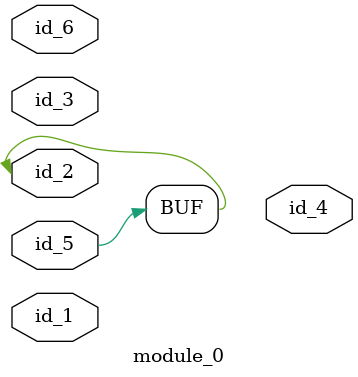
<source format=v>
module module_0 (
    id_1,
    id_2,
    id_3,
    id_4,
    id_5,
    id_6
);
  input id_6;
  input id_5;
  output id_4;
  inout id_3;
  inout id_2;
  inout id_1;
  assign id_2 = id_5[1'b0];
endmodule

</source>
